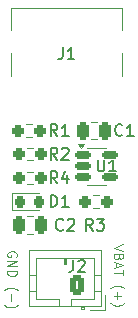
<source format=gbr>
%TF.GenerationSoftware,KiCad,Pcbnew,9.0.0*%
%TF.CreationDate,2025-11-11T17:36:11-03:00*%
%TF.ProjectId,USB-C-LiPo-Charger,5553422d-432d-44c6-9950-6f2d43686172,rev?*%
%TF.SameCoordinates,Original*%
%TF.FileFunction,Legend,Top*%
%TF.FilePolarity,Positive*%
%FSLAX46Y46*%
G04 Gerber Fmt 4.6, Leading zero omitted, Abs format (unit mm)*
G04 Created by KiCad (PCBNEW 9.0.0) date 2025-11-11 17:36:11*
%MOMM*%
%LPD*%
G01*
G04 APERTURE LIST*
G04 Aperture macros list*
%AMRoundRect*
0 Rectangle with rounded corners*
0 $1 Rounding radius*
0 $2 $3 $4 $5 $6 $7 $8 $9 X,Y pos of 4 corners*
0 Add a 4 corners polygon primitive as box body*
4,1,4,$2,$3,$4,$5,$6,$7,$8,$9,$2,$3,0*
0 Add four circle primitives for the rounded corners*
1,1,$1+$1,$2,$3*
1,1,$1+$1,$4,$5*
1,1,$1+$1,$6,$7*
1,1,$1+$1,$8,$9*
0 Add four rect primitives between the rounded corners*
20,1,$1+$1,$2,$3,$4,$5,0*
20,1,$1+$1,$4,$5,$6,$7,0*
20,1,$1+$1,$6,$7,$8,$9,0*
20,1,$1+$1,$8,$9,$2,$3,0*%
G04 Aperture macros list end*
%ADD10C,0.080000*%
%ADD11C,0.150000*%
%ADD12C,0.120000*%
%ADD13RoundRect,0.250000X0.250000X0.475000X-0.250000X0.475000X-0.250000X-0.475000X0.250000X-0.475000X0*%
%ADD14RoundRect,0.250000X-0.250000X-0.475000X0.250000X-0.475000X0.250000X0.475000X-0.250000X0.475000X0*%
%ADD15RoundRect,0.250000X0.350000X0.625000X-0.350000X0.625000X-0.350000X-0.625000X0.350000X-0.625000X0*%
%ADD16O,1.200000X1.750000*%
%ADD17C,0.650000*%
%ADD18R,0.600000X1.450000*%
%ADD19R,0.300000X1.450000*%
%ADD20O,1.000000X2.100000*%
%ADD21O,1.000000X1.600000*%
%ADD22RoundRect,0.218750X-0.218750X-0.256250X0.218750X-0.256250X0.218750X0.256250X-0.218750X0.256250X0*%
%ADD23RoundRect,0.150000X-0.512500X-0.150000X0.512500X-0.150000X0.512500X0.150000X-0.512500X0.150000X0*%
%ADD24RoundRect,0.237500X0.250000X0.237500X-0.250000X0.237500X-0.250000X-0.237500X0.250000X-0.237500X0*%
%ADD25RoundRect,0.237500X-0.250000X-0.237500X0.250000X-0.237500X0.250000X0.237500X-0.250000X0.237500X0*%
G04 APERTURE END LIST*
D10*
X108363969Y-73662154D02*
X108402064Y-73585964D01*
X108402064Y-73585964D02*
X108402064Y-73471678D01*
X108402064Y-73471678D02*
X108363969Y-73357392D01*
X108363969Y-73357392D02*
X108287779Y-73281202D01*
X108287779Y-73281202D02*
X108211588Y-73243107D01*
X108211588Y-73243107D02*
X108059207Y-73205011D01*
X108059207Y-73205011D02*
X107944921Y-73205011D01*
X107944921Y-73205011D02*
X107792540Y-73243107D01*
X107792540Y-73243107D02*
X107716350Y-73281202D01*
X107716350Y-73281202D02*
X107640160Y-73357392D01*
X107640160Y-73357392D02*
X107602064Y-73471678D01*
X107602064Y-73471678D02*
X107602064Y-73547869D01*
X107602064Y-73547869D02*
X107640160Y-73662154D01*
X107640160Y-73662154D02*
X107678255Y-73700250D01*
X107678255Y-73700250D02*
X107944921Y-73700250D01*
X107944921Y-73700250D02*
X107944921Y-73547869D01*
X107602064Y-74043107D02*
X108402064Y-74043107D01*
X108402064Y-74043107D02*
X107602064Y-74500250D01*
X107602064Y-74500250D02*
X108402064Y-74500250D01*
X107602064Y-74881202D02*
X108402064Y-74881202D01*
X108402064Y-74881202D02*
X108402064Y-75071678D01*
X108402064Y-75071678D02*
X108363969Y-75185964D01*
X108363969Y-75185964D02*
X108287779Y-75262154D01*
X108287779Y-75262154D02*
X108211588Y-75300249D01*
X108211588Y-75300249D02*
X108059207Y-75338345D01*
X108059207Y-75338345D02*
X107944921Y-75338345D01*
X107944921Y-75338345D02*
X107792540Y-75300249D01*
X107792540Y-75300249D02*
X107716350Y-75262154D01*
X107716350Y-75262154D02*
X107640160Y-75185964D01*
X107640160Y-75185964D02*
X107602064Y-75071678D01*
X107602064Y-75071678D02*
X107602064Y-74881202D01*
X107297302Y-76519297D02*
X107335398Y-76481202D01*
X107335398Y-76481202D02*
X107449683Y-76405011D01*
X107449683Y-76405011D02*
X107525874Y-76366916D01*
X107525874Y-76366916D02*
X107640160Y-76328821D01*
X107640160Y-76328821D02*
X107830636Y-76290726D01*
X107830636Y-76290726D02*
X107983017Y-76290726D01*
X107983017Y-76290726D02*
X108173493Y-76328821D01*
X108173493Y-76328821D02*
X108287779Y-76366916D01*
X108287779Y-76366916D02*
X108363969Y-76405011D01*
X108363969Y-76405011D02*
X108478255Y-76481202D01*
X108478255Y-76481202D02*
X108516350Y-76519297D01*
X107906826Y-76824059D02*
X107906826Y-77433583D01*
X107297302Y-77738344D02*
X107335398Y-77776439D01*
X107335398Y-77776439D02*
X107449683Y-77852630D01*
X107449683Y-77852630D02*
X107525874Y-77890725D01*
X107525874Y-77890725D02*
X107640160Y-77928820D01*
X107640160Y-77928820D02*
X107830636Y-77966916D01*
X107830636Y-77966916D02*
X107983017Y-77966916D01*
X107983017Y-77966916D02*
X108173493Y-77928820D01*
X108173493Y-77928820D02*
X108287779Y-77890725D01*
X108287779Y-77890725D02*
X108363969Y-77852630D01*
X108363969Y-77852630D02*
X108478255Y-77776439D01*
X108478255Y-77776439D02*
X108516350Y-77738344D01*
X117402064Y-72628821D02*
X116602064Y-72895488D01*
X116602064Y-72895488D02*
X117402064Y-73162154D01*
X117021112Y-73695487D02*
X116983017Y-73809773D01*
X116983017Y-73809773D02*
X116944921Y-73847868D01*
X116944921Y-73847868D02*
X116868731Y-73885964D01*
X116868731Y-73885964D02*
X116754445Y-73885964D01*
X116754445Y-73885964D02*
X116678255Y-73847868D01*
X116678255Y-73847868D02*
X116640160Y-73809773D01*
X116640160Y-73809773D02*
X116602064Y-73733583D01*
X116602064Y-73733583D02*
X116602064Y-73428821D01*
X116602064Y-73428821D02*
X117402064Y-73428821D01*
X117402064Y-73428821D02*
X117402064Y-73695487D01*
X117402064Y-73695487D02*
X117363969Y-73771678D01*
X117363969Y-73771678D02*
X117325874Y-73809773D01*
X117325874Y-73809773D02*
X117249683Y-73847868D01*
X117249683Y-73847868D02*
X117173493Y-73847868D01*
X117173493Y-73847868D02*
X117097302Y-73809773D01*
X117097302Y-73809773D02*
X117059207Y-73771678D01*
X117059207Y-73771678D02*
X117021112Y-73695487D01*
X117021112Y-73695487D02*
X117021112Y-73428821D01*
X116830636Y-74190725D02*
X116830636Y-74571678D01*
X116602064Y-74114535D02*
X117402064Y-74381202D01*
X117402064Y-74381202D02*
X116602064Y-74647868D01*
X117402064Y-74800249D02*
X117402064Y-75257392D01*
X116602064Y-75028820D02*
X117402064Y-75028820D01*
X116297302Y-76362154D02*
X116335398Y-76324059D01*
X116335398Y-76324059D02*
X116449683Y-76247868D01*
X116449683Y-76247868D02*
X116525874Y-76209773D01*
X116525874Y-76209773D02*
X116640160Y-76171678D01*
X116640160Y-76171678D02*
X116830636Y-76133583D01*
X116830636Y-76133583D02*
X116983017Y-76133583D01*
X116983017Y-76133583D02*
X117173493Y-76171678D01*
X117173493Y-76171678D02*
X117287779Y-76209773D01*
X117287779Y-76209773D02*
X117363969Y-76247868D01*
X117363969Y-76247868D02*
X117478255Y-76324059D01*
X117478255Y-76324059D02*
X117516350Y-76362154D01*
X116906826Y-76666916D02*
X116906826Y-77276440D01*
X116602064Y-76971678D02*
X117211588Y-76971678D01*
X116297302Y-77581201D02*
X116335398Y-77619296D01*
X116335398Y-77619296D02*
X116449683Y-77695487D01*
X116449683Y-77695487D02*
X116525874Y-77733582D01*
X116525874Y-77733582D02*
X116640160Y-77771677D01*
X116640160Y-77771677D02*
X116830636Y-77809773D01*
X116830636Y-77809773D02*
X116983017Y-77809773D01*
X116983017Y-77809773D02*
X117173493Y-77771677D01*
X117173493Y-77771677D02*
X117287779Y-77733582D01*
X117287779Y-77733582D02*
X117363969Y-77695487D01*
X117363969Y-77695487D02*
X117478255Y-77619296D01*
X117478255Y-77619296D02*
X117516350Y-77581201D01*
D11*
X112333333Y-71359580D02*
X112285714Y-71407200D01*
X112285714Y-71407200D02*
X112142857Y-71454819D01*
X112142857Y-71454819D02*
X112047619Y-71454819D01*
X112047619Y-71454819D02*
X111904762Y-71407200D01*
X111904762Y-71407200D02*
X111809524Y-71311961D01*
X111809524Y-71311961D02*
X111761905Y-71216723D01*
X111761905Y-71216723D02*
X111714286Y-71026247D01*
X111714286Y-71026247D02*
X111714286Y-70883390D01*
X111714286Y-70883390D02*
X111761905Y-70692914D01*
X111761905Y-70692914D02*
X111809524Y-70597676D01*
X111809524Y-70597676D02*
X111904762Y-70502438D01*
X111904762Y-70502438D02*
X112047619Y-70454819D01*
X112047619Y-70454819D02*
X112142857Y-70454819D01*
X112142857Y-70454819D02*
X112285714Y-70502438D01*
X112285714Y-70502438D02*
X112333333Y-70550057D01*
X112714286Y-70550057D02*
X112761905Y-70502438D01*
X112761905Y-70502438D02*
X112857143Y-70454819D01*
X112857143Y-70454819D02*
X113095238Y-70454819D01*
X113095238Y-70454819D02*
X113190476Y-70502438D01*
X113190476Y-70502438D02*
X113238095Y-70550057D01*
X113238095Y-70550057D02*
X113285714Y-70645295D01*
X113285714Y-70645295D02*
X113285714Y-70740533D01*
X113285714Y-70740533D02*
X113238095Y-70883390D01*
X113238095Y-70883390D02*
X112666667Y-71454819D01*
X112666667Y-71454819D02*
X113285714Y-71454819D01*
X117333333Y-63359580D02*
X117285714Y-63407200D01*
X117285714Y-63407200D02*
X117142857Y-63454819D01*
X117142857Y-63454819D02*
X117047619Y-63454819D01*
X117047619Y-63454819D02*
X116904762Y-63407200D01*
X116904762Y-63407200D02*
X116809524Y-63311961D01*
X116809524Y-63311961D02*
X116761905Y-63216723D01*
X116761905Y-63216723D02*
X116714286Y-63026247D01*
X116714286Y-63026247D02*
X116714286Y-62883390D01*
X116714286Y-62883390D02*
X116761905Y-62692914D01*
X116761905Y-62692914D02*
X116809524Y-62597676D01*
X116809524Y-62597676D02*
X116904762Y-62502438D01*
X116904762Y-62502438D02*
X117047619Y-62454819D01*
X117047619Y-62454819D02*
X117142857Y-62454819D01*
X117142857Y-62454819D02*
X117285714Y-62502438D01*
X117285714Y-62502438D02*
X117333333Y-62550057D01*
X118285714Y-63454819D02*
X117714286Y-63454819D01*
X118000000Y-63454819D02*
X118000000Y-62454819D01*
X118000000Y-62454819D02*
X117904762Y-62597676D01*
X117904762Y-62597676D02*
X117809524Y-62692914D01*
X117809524Y-62692914D02*
X117714286Y-62740533D01*
X113166666Y-73954819D02*
X113166666Y-74669104D01*
X113166666Y-74669104D02*
X113119047Y-74811961D01*
X113119047Y-74811961D02*
X113023809Y-74907200D01*
X113023809Y-74907200D02*
X112880952Y-74954819D01*
X112880952Y-74954819D02*
X112785714Y-74954819D01*
X113595238Y-74050057D02*
X113642857Y-74002438D01*
X113642857Y-74002438D02*
X113738095Y-73954819D01*
X113738095Y-73954819D02*
X113976190Y-73954819D01*
X113976190Y-73954819D02*
X114071428Y-74002438D01*
X114071428Y-74002438D02*
X114119047Y-74050057D01*
X114119047Y-74050057D02*
X114166666Y-74145295D01*
X114166666Y-74145295D02*
X114166666Y-74240533D01*
X114166666Y-74240533D02*
X114119047Y-74383390D01*
X114119047Y-74383390D02*
X113547619Y-74954819D01*
X113547619Y-74954819D02*
X114166666Y-74954819D01*
X112279166Y-55954819D02*
X112279166Y-56669104D01*
X112279166Y-56669104D02*
X112231547Y-56811961D01*
X112231547Y-56811961D02*
X112136309Y-56907200D01*
X112136309Y-56907200D02*
X111993452Y-56954819D01*
X111993452Y-56954819D02*
X111898214Y-56954819D01*
X113279166Y-56954819D02*
X112707738Y-56954819D01*
X112993452Y-56954819D02*
X112993452Y-55954819D01*
X112993452Y-55954819D02*
X112898214Y-56097676D01*
X112898214Y-56097676D02*
X112802976Y-56192914D01*
X112802976Y-56192914D02*
X112707738Y-56240533D01*
X111261905Y-69454819D02*
X111261905Y-68454819D01*
X111261905Y-68454819D02*
X111500000Y-68454819D01*
X111500000Y-68454819D02*
X111642857Y-68502438D01*
X111642857Y-68502438D02*
X111738095Y-68597676D01*
X111738095Y-68597676D02*
X111785714Y-68692914D01*
X111785714Y-68692914D02*
X111833333Y-68883390D01*
X111833333Y-68883390D02*
X111833333Y-69026247D01*
X111833333Y-69026247D02*
X111785714Y-69216723D01*
X111785714Y-69216723D02*
X111738095Y-69311961D01*
X111738095Y-69311961D02*
X111642857Y-69407200D01*
X111642857Y-69407200D02*
X111500000Y-69454819D01*
X111500000Y-69454819D02*
X111261905Y-69454819D01*
X112785714Y-69454819D02*
X112214286Y-69454819D01*
X112500000Y-69454819D02*
X112500000Y-68454819D01*
X112500000Y-68454819D02*
X112404762Y-68597676D01*
X112404762Y-68597676D02*
X112309524Y-68692914D01*
X112309524Y-68692914D02*
X112214286Y-68740533D01*
X115238095Y-65454819D02*
X115238095Y-66264342D01*
X115238095Y-66264342D02*
X115285714Y-66359580D01*
X115285714Y-66359580D02*
X115333333Y-66407200D01*
X115333333Y-66407200D02*
X115428571Y-66454819D01*
X115428571Y-66454819D02*
X115619047Y-66454819D01*
X115619047Y-66454819D02*
X115714285Y-66407200D01*
X115714285Y-66407200D02*
X115761904Y-66359580D01*
X115761904Y-66359580D02*
X115809523Y-66264342D01*
X115809523Y-66264342D02*
X115809523Y-65454819D01*
X116809523Y-66454819D02*
X116238095Y-66454819D01*
X116523809Y-66454819D02*
X116523809Y-65454819D01*
X116523809Y-65454819D02*
X116428571Y-65597676D01*
X116428571Y-65597676D02*
X116333333Y-65692914D01*
X116333333Y-65692914D02*
X116238095Y-65740533D01*
X111833333Y-67454819D02*
X111500000Y-66978628D01*
X111261905Y-67454819D02*
X111261905Y-66454819D01*
X111261905Y-66454819D02*
X111642857Y-66454819D01*
X111642857Y-66454819D02*
X111738095Y-66502438D01*
X111738095Y-66502438D02*
X111785714Y-66550057D01*
X111785714Y-66550057D02*
X111833333Y-66645295D01*
X111833333Y-66645295D02*
X111833333Y-66788152D01*
X111833333Y-66788152D02*
X111785714Y-66883390D01*
X111785714Y-66883390D02*
X111738095Y-66931009D01*
X111738095Y-66931009D02*
X111642857Y-66978628D01*
X111642857Y-66978628D02*
X111261905Y-66978628D01*
X112690476Y-66788152D02*
X112690476Y-67454819D01*
X112452381Y-66407200D02*
X112214286Y-67121485D01*
X112214286Y-67121485D02*
X112833333Y-67121485D01*
X114833333Y-71454819D02*
X114500000Y-70978628D01*
X114261905Y-71454819D02*
X114261905Y-70454819D01*
X114261905Y-70454819D02*
X114642857Y-70454819D01*
X114642857Y-70454819D02*
X114738095Y-70502438D01*
X114738095Y-70502438D02*
X114785714Y-70550057D01*
X114785714Y-70550057D02*
X114833333Y-70645295D01*
X114833333Y-70645295D02*
X114833333Y-70788152D01*
X114833333Y-70788152D02*
X114785714Y-70883390D01*
X114785714Y-70883390D02*
X114738095Y-70931009D01*
X114738095Y-70931009D02*
X114642857Y-70978628D01*
X114642857Y-70978628D02*
X114261905Y-70978628D01*
X115166667Y-70454819D02*
X115785714Y-70454819D01*
X115785714Y-70454819D02*
X115452381Y-70835771D01*
X115452381Y-70835771D02*
X115595238Y-70835771D01*
X115595238Y-70835771D02*
X115690476Y-70883390D01*
X115690476Y-70883390D02*
X115738095Y-70931009D01*
X115738095Y-70931009D02*
X115785714Y-71026247D01*
X115785714Y-71026247D02*
X115785714Y-71264342D01*
X115785714Y-71264342D02*
X115738095Y-71359580D01*
X115738095Y-71359580D02*
X115690476Y-71407200D01*
X115690476Y-71407200D02*
X115595238Y-71454819D01*
X115595238Y-71454819D02*
X115309524Y-71454819D01*
X115309524Y-71454819D02*
X115214286Y-71407200D01*
X115214286Y-71407200D02*
X115166667Y-71359580D01*
X111833333Y-65454819D02*
X111500000Y-64978628D01*
X111261905Y-65454819D02*
X111261905Y-64454819D01*
X111261905Y-64454819D02*
X111642857Y-64454819D01*
X111642857Y-64454819D02*
X111738095Y-64502438D01*
X111738095Y-64502438D02*
X111785714Y-64550057D01*
X111785714Y-64550057D02*
X111833333Y-64645295D01*
X111833333Y-64645295D02*
X111833333Y-64788152D01*
X111833333Y-64788152D02*
X111785714Y-64883390D01*
X111785714Y-64883390D02*
X111738095Y-64931009D01*
X111738095Y-64931009D02*
X111642857Y-64978628D01*
X111642857Y-64978628D02*
X111261905Y-64978628D01*
X112214286Y-64550057D02*
X112261905Y-64502438D01*
X112261905Y-64502438D02*
X112357143Y-64454819D01*
X112357143Y-64454819D02*
X112595238Y-64454819D01*
X112595238Y-64454819D02*
X112690476Y-64502438D01*
X112690476Y-64502438D02*
X112738095Y-64550057D01*
X112738095Y-64550057D02*
X112785714Y-64645295D01*
X112785714Y-64645295D02*
X112785714Y-64740533D01*
X112785714Y-64740533D02*
X112738095Y-64883390D01*
X112738095Y-64883390D02*
X112166667Y-65454819D01*
X112166667Y-65454819D02*
X112785714Y-65454819D01*
X111833333Y-63454819D02*
X111500000Y-62978628D01*
X111261905Y-63454819D02*
X111261905Y-62454819D01*
X111261905Y-62454819D02*
X111642857Y-62454819D01*
X111642857Y-62454819D02*
X111738095Y-62502438D01*
X111738095Y-62502438D02*
X111785714Y-62550057D01*
X111785714Y-62550057D02*
X111833333Y-62645295D01*
X111833333Y-62645295D02*
X111833333Y-62788152D01*
X111833333Y-62788152D02*
X111785714Y-62883390D01*
X111785714Y-62883390D02*
X111738095Y-62931009D01*
X111738095Y-62931009D02*
X111642857Y-62978628D01*
X111642857Y-62978628D02*
X111261905Y-62978628D01*
X112785714Y-63454819D02*
X112214286Y-63454819D01*
X112500000Y-63454819D02*
X112500000Y-62454819D01*
X112500000Y-62454819D02*
X112404762Y-62597676D01*
X112404762Y-62597676D02*
X112309524Y-62692914D01*
X112309524Y-62692914D02*
X112214286Y-62740533D01*
D12*
%TO.C,C2*%
X109761252Y-71735000D02*
X109238748Y-71735000D01*
X109761252Y-70265000D02*
X109238748Y-70265000D01*
%TO.C,C1*%
X114688748Y-62265000D02*
X115211252Y-62265000D01*
X114688748Y-63735000D02*
X115211252Y-63735000D01*
%TO.C,J2*%
X115860000Y-78160000D02*
X115860000Y-76910000D01*
X115560000Y-77860000D02*
X115560000Y-73140000D01*
X115560000Y-76550000D02*
X114950000Y-76550000D01*
X115560000Y-75250000D02*
X114950000Y-75250000D01*
X115560000Y-73140000D02*
X109440000Y-73140000D01*
X114950000Y-77250000D02*
X114950000Y-73750000D01*
X114950000Y-73750000D02*
X110050000Y-73750000D01*
X114610000Y-78160000D02*
X115860000Y-78160000D01*
X114100000Y-78060000D02*
X114100000Y-77860000D01*
X113800000Y-78060000D02*
X114100000Y-78060000D01*
X113800000Y-77960000D02*
X114100000Y-77960000D01*
X113800000Y-77860000D02*
X113800000Y-78060000D01*
X113000000Y-77860000D02*
X113000000Y-77250000D01*
X113000000Y-77250000D02*
X114950000Y-77250000D01*
X112600000Y-74250000D02*
X112400000Y-74250000D01*
X112600000Y-73750000D02*
X112600000Y-74250000D01*
X112500000Y-73750000D02*
X112500000Y-74250000D01*
X112400000Y-74250000D02*
X112400000Y-73750000D01*
X112000000Y-77250000D02*
X112000000Y-77860000D01*
X110050000Y-77250000D02*
X112000000Y-77250000D01*
X110050000Y-73750000D02*
X110050000Y-77250000D01*
X109440000Y-77860000D02*
X115560000Y-77860000D01*
X109440000Y-76550000D02*
X110050000Y-76550000D01*
X109440000Y-75250000D02*
X110050000Y-75250000D01*
X109440000Y-73140000D02*
X109440000Y-77860000D01*
%TO.C,J1*%
X117312500Y-58400000D02*
X117312500Y-56400000D01*
X117312500Y-54500000D02*
X117312500Y-52600000D01*
X117312500Y-52600000D02*
X107912500Y-52600000D01*
X107912500Y-58400000D02*
X107912500Y-56400000D01*
X107912500Y-54500000D02*
X107912500Y-52600000D01*
%TO.C,D1*%
X108015000Y-68265000D02*
X108015000Y-69735000D01*
X108015000Y-69735000D02*
X110300000Y-69735000D01*
X110300000Y-68265000D02*
X108015000Y-68265000D01*
%TO.C,U1*%
X115137500Y-64440000D02*
X114337500Y-64440000D01*
X115137500Y-64440000D02*
X115937500Y-64440000D01*
X115137500Y-67560000D02*
X114337500Y-67560000D01*
X115137500Y-67560000D02*
X115937500Y-67560000D01*
X113837500Y-64490000D02*
X113597500Y-64160000D01*
X114077500Y-64160000D01*
X113837500Y-64490000D01*
G36*
X113837500Y-64490000D02*
G01*
X113597500Y-64160000D01*
X114077500Y-64160000D01*
X113837500Y-64490000D01*
G37*
%TO.C,R4*%
X109754724Y-67522500D02*
X109245276Y-67522500D01*
X109754724Y-66477500D02*
X109245276Y-66477500D01*
%TO.C,R3*%
X114832776Y-68477500D02*
X115342224Y-68477500D01*
X114832776Y-69522500D02*
X115342224Y-69522500D01*
%TO.C,R2*%
X109754724Y-65522500D02*
X109245276Y-65522500D01*
X109754724Y-64477500D02*
X109245276Y-64477500D01*
%TO.C,R1*%
X109667224Y-63522500D02*
X109157776Y-63522500D01*
X109667224Y-62477500D02*
X109157776Y-62477500D01*
%TD*%
%LPC*%
D13*
%TO.C,C2*%
X110450000Y-71000000D03*
X108550000Y-71000000D03*
%TD*%
D14*
%TO.C,C1*%
X114000000Y-63000000D03*
X115900000Y-63000000D03*
%TD*%
D15*
%TO.C,J2*%
X113500000Y-76050000D03*
D16*
X111500000Y-76050000D03*
%TD*%
D17*
%TO.C,J1*%
X115502500Y-59100000D03*
X109722500Y-59100000D03*
D18*
X115862500Y-60545000D03*
X115062500Y-60545000D03*
D19*
X113862500Y-60545000D03*
X112862500Y-60545000D03*
X112362500Y-60545000D03*
X111362500Y-60545000D03*
D18*
X110162500Y-60545000D03*
X109362500Y-60545000D03*
X109362500Y-60545000D03*
X110162500Y-60545000D03*
D19*
X110862500Y-60545000D03*
X111862500Y-60545000D03*
X113362500Y-60545000D03*
X114362500Y-60545000D03*
D18*
X115062500Y-60545000D03*
X115862500Y-60545000D03*
D20*
X116932500Y-59630000D03*
D21*
X116932500Y-55450000D03*
D20*
X108292500Y-59630000D03*
D21*
X108292500Y-55450000D03*
%TD*%
D22*
%TO.C,D1*%
X108712500Y-69000000D03*
X110287500Y-69000000D03*
%TD*%
D23*
%TO.C,U1*%
X114000000Y-65050000D03*
X114000000Y-66000000D03*
X114000000Y-66950000D03*
X116275000Y-66950000D03*
X116275000Y-65050000D03*
%TD*%
D24*
%TO.C,R4*%
X110412500Y-67000000D03*
X108587500Y-67000000D03*
%TD*%
D25*
%TO.C,R3*%
X114175000Y-69000000D03*
X116000000Y-69000000D03*
%TD*%
D24*
%TO.C,R2*%
X110412500Y-65000000D03*
X108587500Y-65000000D03*
%TD*%
%TO.C,R1*%
X110325000Y-63000000D03*
X108500000Y-63000000D03*
%TD*%
%LPD*%
M02*

</source>
